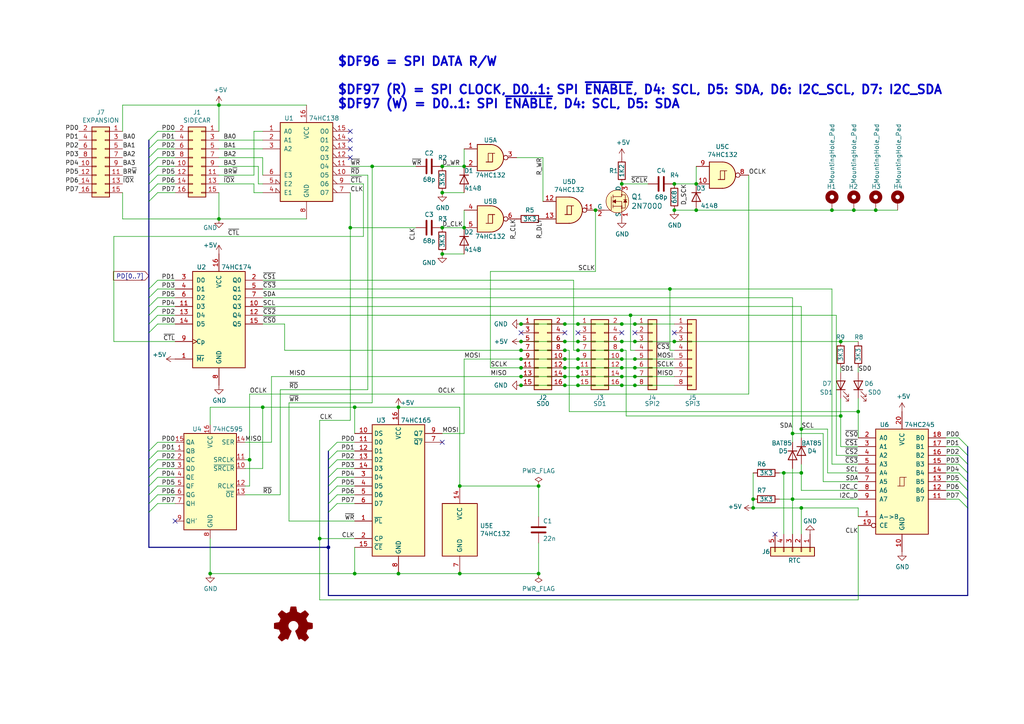
<source format=kicad_sch>
(kicad_sch (version 20231120) (generator "eeschema") (generator_version "8.0")
  (paper "A4")
  (title_block (title "Fast SPI + RTC sidecar") (date "2024-10-29") (rev "v1.0") (company "@zuiko21") (comment 1 "(c) 2023-2024 Carlos J. Santisteban"))
  (junction (at 151.13 99.06))
  (junction (at 232.41 147.32))
  (junction (at 163.83 101.6))
  (junction (at 134.62 66.04))
  (junction (at 163.83 99.06))
  (junction (at 92.71 156.21))
  (junction (at 167.64 106.68))
  (junction (at 133.35 140.97))
  (junction (at 201.93 53.34))
  (junction (at 180.34 109.22))
  (junction (at 151.13 93.98))
  (junction (at 243.84 99.06))
  (junction (at 184.15 99.06))
  (junction (at 243.84 120.65))
  (junction (at 184.15 109.22))
  (junction (at 184.15 104.14))
  (junction (at 232.41 124.46))
  (junction (at 180.34 101.6))
  (junction (at 151.13 109.22))
  (junction (at 195.58 60.96))
  (junction (at 218.44 144.78))
  (junction (at 218.44 147.32))
  (junction (at 172.72 60.96))
  (junction (at 248.92 119.38))
  (junction (at 163.83 93.98))
  (junction (at 229.87 144.78))
  (junction (at 241.3 60.96))
  (junction (at 254 60.96))
  (junction (at 102.87 118.11))
  (junction (at 195.58 53.34))
  (junction (at 167.64 99.06))
  (junction (at 227.33 137.16))
  (junction (at 115.57 166.37))
  (junction (at 115.57 118.11))
  (junction (at 128.27 55.88))
  (junction (at 107.95 48.26))
  (junction (at 247.65 60.96))
  (junction (at 229.87 125.73))
  (junction (at 184.15 93.98))
  (junction (at 163.83 106.68))
  (junction (at 167.64 93.98))
  (junction (at 194.31 83.82))
  (junction (at 63.5 63.5))
  (junction (at 102.87 166.37))
  (junction (at 167.64 101.6))
  (junction (at 156.21 140.97))
  (junction (at 151.13 111.76))
  (junction (at 151.13 104.14))
  (junction (at 151.13 106.68))
  (junction (at 184.15 111.76))
  (junction (at 167.64 104.14))
  (junction (at 180.34 106.68))
  (junction (at 151.13 101.6))
  (junction (at 167.64 111.76))
  (junction (at 128.27 66.04))
  (junction (at 163.83 109.22))
  (junction (at 63.5 30.48))
  (junction (at 163.83 111.76))
  (junction (at 195.58 99.06))
  (junction (at 133.35 166.37))
  (junction (at 128.27 48.26))
  (junction (at 180.34 99.06))
  (junction (at 76.2 118.11))
  (junction (at 180.34 104.14))
  (junction (at 180.34 53.34))
  (junction (at 163.83 104.14))
  (junction (at 182.88 91.44))
  (junction (at 232.41 137.16))
  (junction (at 180.34 111.76))
  (junction (at 101.6 66.04))
  (junction (at 184.15 106.68))
  (junction (at 156.21 166.37))
  (junction (at 95.25 158.75))
  (junction (at 60.96 166.37))
  (junction (at 72.39 133.35))
  (junction (at 134.62 48.26))
  (junction (at 128.27 73.66))
  (junction (at 167.64 109.22))
  (junction (at 180.34 93.98))
  (junction (at 201.93 60.96))
  (no_connect (at 180.34 96.52))
  (no_connect (at 163.83 96.52))
  (no_connect (at 128.27 128.27))
  (no_connect (at 167.64 96.52))
  (no_connect (at 184.15 96.52))
  (no_connect (at 151.13 96.52))
  (no_connect (at 195.58 96.52))
  (no_connect (at 101.6 40.64))
  (no_connect (at 224.79 154.94))
  (no_connect (at 101.6 45.72))
  (no_connect (at 101.6 38.1))
  (no_connect (at 101.6 43.18))
  (no_connect (at 50.8 151.13))
  (bus_entry (at 43.18 83.82) (size 2.54 -2.54))
  (bus_entry (at 278.13 144.78) (size 2.54 2.54))
  (bus_entry (at 43.18 86.36) (size 2.54 -2.54))
  (bus_entry (at 43.18 135.89) (size 2.54 -2.54))
  (bus_entry (at 43.18 50.8) (size 2.54 -2.54))
  (bus_entry (at 95.25 146.05) (size 2.54 -2.54))
  (bus_entry (at 278.13 142.24) (size 2.54 2.54))
  (bus_entry (at 43.18 43.18) (size 2.54 -2.54))
  (bus_entry (at 43.18 93.98) (size 2.54 -2.54))
  (bus_entry (at 95.25 143.51) (size 2.54 -2.54))
  (bus_entry (at 278.13 132.08) (size 2.54 2.54))
  (bus_entry (at 278.13 139.7) (size 2.54 2.54))
  (bus_entry (at 278.13 134.62) (size 2.54 2.54))
  (bus_entry (at 43.18 40.64) (size 2.54 -2.54))
  (bus_entry (at 43.18 55.88) (size 2.54 -2.54))
  (bus_entry (at 43.18 138.43) (size 2.54 -2.54))
  (bus_entry (at 43.18 91.44) (size 2.54 -2.54))
  (bus_entry (at 43.18 96.52) (size 2.54 -2.54))
  (bus_entry (at 278.13 127) (size 2.54 2.54))
  (bus_entry (at 43.18 130.81) (size 2.54 -2.54))
  (bus_entry (at 43.18 133.35) (size 2.54 -2.54))
  (bus_entry (at 95.25 140.97) (size 2.54 -2.54))
  (bus_entry (at 278.13 129.54) (size 2.54 2.54))
  (bus_entry (at 43.18 88.9) (size 2.54 -2.54))
  (bus_entry (at 43.18 53.34) (size 2.54 -2.54))
  (bus_entry (at 43.18 45.72) (size 2.54 -2.54))
  (bus_entry (at 43.18 140.97) (size 2.54 -2.54))
  (bus_entry (at 43.18 148.59) (size 2.54 -2.54))
  (bus_entry (at 43.18 58.42) (size 2.54 -2.54))
  (bus_entry (at 43.18 143.51) (size 2.54 -2.54))
  (bus_entry (at 95.25 133.35) (size 2.54 -2.54))
  (bus_entry (at 43.18 48.26) (size 2.54 -2.54))
  (bus_entry (at 43.18 146.05) (size 2.54 -2.54))
  (bus_entry (at 95.25 148.59) (size 2.54 -2.54))
  (bus_entry (at 278.13 137.16) (size 2.54 2.54))
  (bus_entry (at 95.25 135.89) (size 2.54 -2.54))
  (bus_entry (at 95.25 130.81) (size 2.54 -2.54))
  (bus_entry (at 95.25 138.43) (size 2.54 -2.54))
  (wire (pts (xy 72.39 133.35) (xy 71.12 133.35)))
  (wire (pts (xy 45.72 55.88) (xy 50.8 55.88)))
  (wire (pts (xy 194.31 83.82) (xy 194.31 101.6)))
  (wire (pts (xy 45.72 83.82) (xy 50.8 83.82)))
  (wire (pts (xy 72.39 140.97) (xy 72.39 133.35)))
  (bus (pts (xy 43.18 133.35) (xy 43.18 135.89)))
  (wire (pts (xy 97.79 138.43) (xy 102.87 138.43)))
  (bus (pts (xy 280.67 144.78) (xy 280.67 147.32)))
  (wire (pts (xy 238.76 139.7) (xy 248.92 139.7)))
  (wire (pts (xy 229.87 144.78) (xy 229.87 154.94)))
  (wire (pts (xy 73.66 55.88) (xy 76.2 55.88)))
  (wire (pts (xy 133.35 118.11) (xy 133.35 140.97)))
  (wire (pts (xy 97.79 140.97) (xy 102.87 140.97)))
  (wire (pts (xy 165.1 119.38) (xy 248.92 119.38)))
  (wire (pts (xy 45.72 135.89) (xy 50.8 135.89)))
  (bus (pts (xy 43.18 88.9) (xy 43.18 91.44)))
  (wire (pts (xy 167.64 109.22) (xy 180.34 109.22)))
  (wire (pts (xy 229.87 125.73) (xy 238.76 125.73)))
  (wire (pts (xy 63.5 38.1) (xy 63.5 30.48)))
  (bus (pts (xy 95.25 130.81) (xy 95.25 133.35)))
  (wire (pts (xy 218.44 144.78) (xy 218.44 147.32)))
  (wire (pts (xy 33.02 99.06) (xy 50.8 99.06)))
  (bus (pts (xy 43.18 91.44) (xy 43.18 93.98)))
  (wire (pts (xy 184.15 99.06) (xy 195.58 99.06)))
  (wire (pts (xy 71.12 135.89) (xy 76.2 135.89)))
  (bus (pts (xy 43.18 55.88) (xy 43.18 58.42)))
  (wire (pts (xy 63.5 63.5) (xy 88.9 63.5)))
  (wire (pts (xy 72.39 133.35) (xy 72.39 114.3)))
  (wire (pts (xy 201.93 60.96) (xy 241.3 60.96)))
  (wire (pts (xy 76.2 118.11) (xy 60.96 118.11)))
  (wire (pts (xy 60.96 166.37) (xy 60.96 156.21)))
  (wire (pts (xy 35.56 55.88) (xy 35.56 63.5)))
  (wire (pts (xy 76.2 81.28) (xy 166.37 81.28)))
  (wire (pts (xy 151.13 109.22) (xy 163.83 109.22)))
  (wire (pts (xy 180.34 111.76) (xy 184.15 111.76)))
  (wire (pts (xy 128.27 55.88) (xy 134.62 55.88)))
  (wire (pts (xy 128.27 73.66) (xy 134.62 73.66)))
  (bus (pts (xy 95.25 135.89) (xy 95.25 138.43)))
  (wire (pts (xy 102.87 118.11) (xy 102.87 125.73)))
  (wire (pts (xy 76.2 83.82) (xy 194.31 83.82)))
  (wire (pts (xy 50.8 81.28) (xy 45.72 81.28)))
  (wire (pts (xy 45.72 146.05) (xy 50.8 146.05)))
  (wire (pts (xy 241.3 83.82) (xy 241.3 134.62)))
  (wire (pts (xy 101.6 121.92) (xy 92.71 121.92)))
  (wire (pts (xy 180.34 104.14) (xy 184.15 104.14)))
  (wire (pts (xy 92.71 156.21) (xy 92.71 173.99)))
  (bus (pts (xy 43.18 146.05) (xy 43.18 148.59)))
  (bus (pts (xy 43.18 43.18) (xy 43.18 45.72)))
  (wire (pts (xy 163.83 106.68) (xy 167.64 106.68)))
  (wire (pts (xy 45.72 93.98) (xy 50.8 93.98)))
  (wire (pts (xy 229.87 125.73) (xy 229.87 86.36)))
  (wire (pts (xy 184.15 93.98) (xy 195.58 93.98)))
  (wire (pts (xy 101.6 66.04) (xy 101.6 121.92)))
  (wire (pts (xy 180.34 101.6) (xy 181.61 101.6)))
  (wire (pts (xy 142.24 78.74) (xy 142.24 106.68)))
  (wire (pts (xy 157.48 45.72) (xy 157.48 58.42)))
  (wire (pts (xy 106.68 50.8) (xy 101.6 50.8)))
  (wire (pts (xy 180.34 106.68) (xy 184.15 106.68)))
  (wire (pts (xy 63.5 40.64) (xy 76.2 40.64)))
  (wire (pts (xy 45.72 86.36) (xy 50.8 86.36)))
  (wire (pts (xy 142.24 78.74) (xy 172.72 78.74)))
  (wire (pts (xy 115.57 166.37) (xy 133.35 166.37)))
  (bus (pts (xy 280.67 142.24) (xy 280.67 144.78)))
  (wire (pts (xy 50.8 38.1) (xy 45.72 38.1)))
  (wire (pts (xy 226.06 144.78) (xy 229.87 144.78)))
  (wire (pts (xy 50.8 128.27) (xy 45.72 128.27)))
  (wire (pts (xy 278.13 139.7) (xy 274.32 139.7)))
  (wire (pts (xy 71.12 128.27) (xy 78.74 128.27)))
  (wire (pts (xy 242.57 91.44) (xy 242.57 132.08)))
  (wire (pts (xy 63.5 30.48) (xy 35.56 30.48)))
  (wire (pts (xy 241.3 134.62) (xy 248.92 134.62)))
  (wire (pts (xy 45.72 138.43) (xy 50.8 138.43)))
  (wire (pts (xy 106.68 113.03) (xy 106.68 50.8)))
  (wire (pts (xy 33.02 68.58) (xy 33.02 99.06)))
  (wire (pts (xy 115.57 118.11) (xy 133.35 118.11)))
  (wire (pts (xy 76.2 45.72) (xy 76.2 50.8)))
  (wire (pts (xy 180.34 109.22) (xy 184.15 109.22)))
  (wire (pts (xy 184.15 104.14) (xy 195.58 104.14)))
  (wire (pts (xy 163.83 109.22) (xy 167.64 109.22)))
  (bus (pts (xy 43.18 83.82) (xy 43.18 86.36)))
  (wire (pts (xy 232.41 147.32) (xy 248.92 147.32)))
  (wire (pts (xy 92.71 156.21) (xy 102.87 156.21)))
  (wire (pts (xy 76.2 88.9) (xy 232.41 88.9)))
  (wire (pts (xy 97.79 133.35) (xy 102.87 133.35)))
  (wire (pts (xy 167.64 93.98) (xy 180.34 93.98)))
  (wire (pts (xy 105.41 53.34) (xy 105.41 68.58)))
  (bus (pts (xy 95.25 138.43) (xy 95.25 140.97)))
  (wire (pts (xy 165.1 101.6) (xy 165.1 119.38)))
  (wire (pts (xy 76.2 118.11) (xy 102.87 118.11)))
  (wire (pts (xy 63.5 45.72) (xy 76.2 45.72)))
  (bus (pts (xy 95.25 140.97) (xy 95.25 143.51)))
  (wire (pts (xy 63.5 55.88) (xy 63.5 63.5)))
  (wire (pts (xy 232.41 142.24) (xy 232.41 137.16)))
  (wire (pts (xy 45.72 91.44) (xy 50.8 91.44)))
  (wire (pts (xy 163.83 93.98) (xy 167.64 93.98)))
  (wire (pts (xy 45.72 45.72) (xy 50.8 45.72)))
  (wire (pts (xy 101.6 48.26) (xy 107.95 48.26)))
  (wire (pts (xy 97.79 143.51) (xy 102.87 143.51)))
  (wire (pts (xy 167.64 106.68) (xy 180.34 106.68)))
  (wire (pts (xy 35.56 63.5) (xy 63.5 63.5)))
  (wire (pts (xy 278.13 144.78) (xy 274.32 144.78)))
  (wire (pts (xy 194.31 83.82) (xy 241.3 83.82)))
  (wire (pts (xy 187.96 53.34) (xy 180.34 53.34)))
  (wire (pts (xy 163.83 101.6) (xy 165.1 101.6)))
  (wire (pts (xy 226.06 137.16) (xy 227.33 137.16)))
  (wire (pts (xy 63.5 48.26) (xy 74.93 48.26)))
  (wire (pts (xy 278.13 142.24) (xy 274.32 142.24)))
  (wire (pts (xy 101.6 66.04) (xy 120.65 66.04)))
  (bus (pts (xy 280.67 132.08) (xy 280.67 134.62)))
  (wire (pts (xy 248.92 147.32) (xy 248.92 149.86)))
  (wire (pts (xy 182.88 91.44) (xy 242.57 91.44)))
  (wire (pts (xy 78.74 128.27) (xy 78.74 109.22)))
  (bus (pts (xy 280.67 137.16) (xy 280.67 139.7)))
  (wire (pts (xy 101.6 55.88) (xy 101.6 66.04)))
  (wire (pts (xy 45.72 133.35) (xy 50.8 133.35)))
  (wire (pts (xy 76.2 91.44) (xy 182.88 91.44)))
  (wire (pts (xy 76.2 135.89) (xy 76.2 118.11)))
  (wire (pts (xy 102.87 118.11) (xy 115.57 118.11)))
  (wire (pts (xy 92.71 121.92) (xy 92.71 156.21)))
  (bus (pts (xy 43.18 135.89) (xy 43.18 138.43)))
  (wire (pts (xy 128.27 66.04) (xy 134.62 66.04)))
  (wire (pts (xy 184.15 111.76) (xy 195.58 111.76)))
  (wire (pts (xy 241.3 60.96) (xy 247.65 60.96)))
  (wire (pts (xy 194.31 101.6) (xy 195.58 101.6)))
  (wire (pts (xy 156.21 149.86) (xy 156.21 140.97)))
  (wire (pts (xy 184.15 109.22) (xy 195.58 109.22)))
  (bus (pts (xy 95.25 172.72) (xy 280.67 172.72)))
  (wire (pts (xy 45.72 53.34) (xy 50.8 53.34)))
  (wire (pts (xy 73.66 53.34) (xy 73.66 55.88)))
  (bus (pts (xy 43.18 86.36) (xy 43.18 88.9)))
  (wire (pts (xy 71.12 140.97) (xy 72.39 140.97)))
  (wire (pts (xy 201.93 48.26) (xy 201.93 53.34)))
  (wire (pts (xy 167.64 101.6) (xy 180.34 101.6)))
  (wire (pts (xy 232.41 147.32) (xy 232.41 154.94)))
  (wire (pts (xy 180.34 99.06) (xy 184.15 99.06)))
  (wire (pts (xy 151.13 106.68) (xy 163.83 106.68)))
  (wire (pts (xy 182.88 101.6) (xy 184.15 101.6)))
  (wire (pts (xy 195.58 99.06) (xy 243.84 99.06)))
  (wire (pts (xy 63.5 50.8) (xy 73.66 50.8)))
  (wire (pts (xy 102.87 166.37) (xy 60.96 166.37)))
  (wire (pts (xy 195.58 60.96) (xy 201.93 60.96)))
  (bus (pts (xy 280.67 139.7) (xy 280.67 142.24)))
  (bus (pts (xy 95.25 158.75) (xy 95.25 172.72)))
  (wire (pts (xy 128.27 48.26) (xy 134.62 48.26)))
  (wire (pts (xy 180.34 93.98) (xy 184.15 93.98)))
  (wire (pts (xy 63.5 43.18) (xy 76.2 43.18)))
  (wire (pts (xy 60.96 118.11) (xy 60.96 123.19)))
  (wire (pts (xy 248.92 106.68) (xy 248.92 107.95)))
  (wire (pts (xy 107.95 48.26) (xy 120.65 48.26)))
  (wire (pts (xy 156.21 157.48) (xy 156.21 166.37)))
  (bus (pts (xy 43.18 48.26) (xy 43.18 50.8)))
  (wire (pts (xy 45.72 130.81) (xy 50.8 130.81)))
  (wire (pts (xy 151.13 101.6) (xy 163.83 101.6)))
  (wire (pts (xy 142.24 106.68) (xy 151.13 106.68)))
  (wire (pts (xy 81.28 113.03) (xy 106.68 113.03)))
  (wire (pts (xy 102.87 158.75) (xy 102.87 166.37)))
  (bus (pts (xy 280.67 147.32) (xy 280.67 172.72)))
  (wire (pts (xy 227.33 137.16) (xy 227.33 154.94)))
  (wire (pts (xy 156.21 140.97) (xy 133.35 140.97)))
  (wire (pts (xy 35.56 30.48) (xy 35.56 38.1)))
  (wire (pts (xy 45.72 50.8) (xy 50.8 50.8)))
  (wire (pts (xy 227.33 137.16) (xy 232.41 137.16)))
  (wire (pts (xy 71.12 143.51) (xy 81.28 143.51)))
  (wire (pts (xy 167.64 104.14) (xy 180.34 104.14)))
  (wire (pts (xy 278.13 129.54) (xy 274.32 129.54)))
  (wire (pts (xy 63.5 30.48) (xy 88.9 30.48)))
  (wire (pts (xy 248.92 115.57) (xy 248.92 119.38)))
  (wire (pts (xy 243.84 99.06) (xy 248.92 99.06)))
  (wire (pts (xy 195.58 53.34) (xy 201.93 53.34)))
  (wire (pts (xy 102.87 128.27) (xy 97.79 128.27)))
  (wire (pts (xy 72.39 114.3) (xy 217.17 114.3)))
  (wire (pts (xy 243.84 120.65) (xy 243.84 129.54)))
  (wire (pts (xy 45.72 48.26) (xy 50.8 48.26)))
  (wire (pts (xy 163.83 104.14) (xy 167.64 104.14)))
  (bus (pts (xy 43.18 93.98) (xy 43.18 96.52)))
  (wire (pts (xy 184.15 106.68) (xy 195.58 106.68)))
  (wire (pts (xy 240.03 124.46) (xy 232.41 124.46)))
  (wire (pts (xy 97.79 130.81) (xy 102.87 130.81)))
  (wire (pts (xy 73.66 38.1) (xy 76.2 38.1)))
  (wire (pts (xy 167.64 111.76) (xy 180.34 111.76)))
  (wire (pts (xy 229.87 135.89) (xy 229.87 144.78)))
  (wire (pts (xy 242.57 132.08) (xy 248.92 132.08)))
  (wire (pts (xy 107.95 116.84) (xy 83.82 116.84)))
  (bus (pts (xy 43.18 138.43) (xy 43.18 140.97)))
  (wire (pts (xy 92.71 173.99) (xy 248.92 173.99)))
  (wire (pts (xy 232.41 88.9) (xy 232.41 124.46)))
  (wire (pts (xy 243.84 106.68) (xy 243.84 107.95)))
  (wire (pts (xy 134.62 43.18) (xy 134.62 48.26)))
  (wire (pts (xy 248.92 142.24) (xy 232.41 142.24)))
  (wire (pts (xy 82.55 101.6) (xy 82.55 93.98)))
  (bus (pts (xy 280.67 134.62) (xy 280.67 137.16)))
  (bus (pts (xy 280.67 129.54) (xy 280.67 132.08)))
  (bus (pts (xy 95.25 143.51) (xy 95.25 146.05)))
  (bus (pts (xy 43.18 158.75) (xy 95.25 158.75)))
  (wire (pts (xy 134.62 104.14) (xy 151.13 104.14)))
  (wire (pts (xy 247.65 60.96) (xy 254 60.96)))
  (wire (pts (xy 217.17 114.3) (xy 217.17 50.8)))
  (wire (pts (xy 248.92 152.4) (xy 248.92 173.99)))
  (wire (pts (xy 45.72 88.9) (xy 50.8 88.9)))
  (wire (pts (xy 45.72 40.64) (xy 50.8 40.64)))
  (wire (pts (xy 74.93 53.34) (xy 76.2 53.34)))
  (bus (pts (xy 43.18 40.64) (xy 43.18 43.18)))
  (wire (pts (xy 240.03 137.16) (xy 240.03 124.46)))
  (wire (pts (xy 128.27 125.73) (xy 134.62 125.73)))
  (wire (pts (xy 274.32 127) (xy 278.13 127)))
  (wire (pts (xy 243.84 129.54) (xy 248.92 129.54)))
  (bus (pts (xy 43.18 50.8) (xy 43.18 53.34)))
  (wire (pts (xy 149.86 45.72) (xy 157.48 45.72)))
  (wire (pts (xy 78.74 109.22) (xy 151.13 109.22)))
  (wire (pts (xy 73.66 50.8) (xy 73.66 38.1)))
  (wire (pts (xy 151.13 99.06) (xy 163.83 99.06)))
  (wire (pts (xy 243.84 115.57) (xy 243.84 120.65)))
  (wire (pts (xy 278.13 134.62) (xy 274.32 134.62)))
  (bus (pts (xy 95.25 133.35) (xy 95.25 135.89)))
  (wire (pts (xy 166.37 101.6) (xy 167.64 101.6)))
  (bus (pts (xy 95.25 146.05) (xy 95.25 148.59)))
  (bus (pts (xy 43.18 148.59) (xy 43.18 158.75)))
  (wire (pts (xy 151.13 93.98) (xy 163.83 93.98)))
  (wire (pts (xy 76.2 93.98) (xy 82.55 93.98)))
  (wire (pts (xy 278.13 132.08) (xy 274.32 132.08)))
  (bus (pts (xy 43.18 143.51) (xy 43.18 146.05)))
  (wire (pts (xy 172.72 60.96) (xy 172.72 78.74)))
  (bus (pts (xy 95.25 148.59) (xy 95.25 158.75)))
  (wire (pts (xy 248.92 119.38) (xy 248.92 127)))
  (wire (pts (xy 232.41 124.46) (xy 232.41 127)))
  (wire (pts (xy 101.6 53.34) (xy 105.41 53.34)))
  (wire (pts (xy 107.95 116.84) (xy 107.95 48.26)))
  (wire (pts (xy 134.62 125.73) (xy 134.62 104.14)))
  (wire (pts (xy 97.79 135.89) (xy 102.87 135.89)))
  (wire (pts (xy 151.13 111.76) (xy 163.83 111.76)))
  (wire (pts (xy 74.93 48.26) (xy 74.93 53.34)))
  (wire (pts (xy 45.72 140.97) (xy 50.8 140.97)))
  (wire (pts (xy 166.37 81.28) (xy 166.37 101.6)))
  (wire (pts (xy 229.87 144.78) (xy 248.92 144.78)))
  (wire (pts (xy 182.88 91.44) (xy 182.88 101.6)))
  (wire (pts (xy 134.62 60.96) (xy 134.62 66.04)))
  (wire (pts (xy 83.82 116.84) (xy 83.82 151.13)))
  (wire (pts (xy 238.76 125.73) (xy 238.76 139.7)))
  (wire (pts (xy 83.82 151.13) (xy 102.87 151.13)))
  (wire (pts (xy 82.55 101.6) (xy 151.13 101.6)))
  (wire (pts (xy 248.92 137.16) (xy 240.03 137.16)))
  (wire (pts (xy 218.44 147.32) (xy 232.41 147.32)))
  (wire (pts (xy 229.87 128.27) (xy 229.87 125.73)))
  (wire (pts (xy 232.41 137.16) (xy 232.41 134.62)))
  (wire (pts (xy 102.87 166.37) (xy 115.57 166.37)))
  (wire (pts (xy 254 60.96) (xy 260.35 60.96)))
  (wire (pts (xy 97.79 146.05) (xy 102.87 146.05)))
  (wire (pts (xy 167.64 99.06) (xy 180.34 99.06)))
  (wire (pts (xy 218.44 137.16) (xy 218.44 144.78)))
  (bus (pts (xy 43.18 96.52) (xy 43.18 130.81)))
  (bus (pts (xy 43.18 58.42) (xy 43.18 83.82)))
  (bus (pts (xy 43.18 45.72) (xy 43.18 48.26)))
  (wire (pts (xy 133.35 166.37) (xy 156.21 166.37)))
  (wire (pts (xy 81.28 143.51) (xy 81.28 113.03)))
  (wire (pts (xy 181.61 120.65) (xy 243.84 120.65)))
  (bus (pts (xy 43.18 53.34) (xy 43.18 55.88)))
  (wire (pts (xy 151.13 104.14) (xy 163.83 104.14)))
  (wire (pts (xy 105.41 68.58) (xy 33.02 68.58)))
  (wire (pts (xy 163.83 99.06) (xy 167.64 99.06)))
  (wire (pts (xy 45.72 143.51) (xy 50.8 143.51)))
  (wire (pts (xy 76.2 86.36) (xy 229.87 86.36)))
  (wire (pts (xy 181.61 101.6) (xy 181.61 120.65)))
  (bus (pts (xy 43.18 140.97) (xy 43.18 143.51)))
  (wire (pts (xy 278.13 137.16) (xy 274.32 137.16)))
  (wire (pts (xy 163.83 111.76) (xy 167.64 111.76)))
  (wire (pts (xy 63.5 53.34) (xy 73.66 53.34)))
  (wire (pts (xy 45.72 43.18) (xy 50.8 43.18)))
  (bus (pts (xy 43.18 130.81) (xy 43.18 133.35)))
  (text "$DF96 = SPI DATA R/W\n\n$DF97 (R) = SPI CLOCK, D0..1: SPI ~{ENABLE}, D4: SCL, D5: SDA, D6: I2C_SCL, D7: I2C_SDA\n$DF97 (W) = D0..1: SPI ~{ENABLE}, D4: SCL, D5: SDA" (at 97.79 31.75 0) (effects (font (size 2.54 2.54) (thickness 0.508) (bold yes)) (justify left bottom)))
  (label "SCLK" (at 190.5 106.68 0))
  (label "PD4" (at 50.8 88.9 180))
  (label "MISO" (at 190.5 109.22 0))
  (label "PD3" (at 22.86 45.72 180))
  (label "~{CS3}" (at 248.92 134.62 180))
  (label "~{WR}" (at 83.82 116.84 0))
  (label "CLK" (at 92.71 121.92 0))
  (label "~{IOX}" (at 35.56 53.34 0))
  (label "PD1" (at 274.32 129.54 0))
  (label "PD3" (at 50.8 83.82 180))
  (label "PD4" (at 50.8 138.43 180))
  (label "CLK" (at 101.6 55.88 0))
  (label "BR~{W}" (at 35.56 50.8 0))
  (label "D_SCK" (at 199.39 53.34 270))
  (label "PD5" (at 50.8 140.97 180))
  (label "PD4" (at 50.8 48.26 180))
  (label "PD3" (at 50.8 135.89 180))
  (label "BA1" (at 35.56 43.18 0))
  (label "~{WR}" (at 102.87 151.13 180))
  (label "BA2" (at 64.77 45.72 0))
  (label "CLK" (at 120.65 66.04 270))
  (label "~{CS1}" (at 248.92 129.54 180))
  (label "PD4" (at 102.87 138.43 180))
  (label "SCL" (at 232.41 124.46 0))
  (label "MOSI" (at 128.27 125.73 0))
  (label "I2C_D" (at 248.92 144.78 180))
  (label "SD1" (at 243.84 107.95 0))
  (label "PD6" (at 50.8 53.34 180))
  (label "PD7" (at 50.8 146.05 180))
  (label "MISO" (at 83.82 109.22 0))
  (label "~{SCLK}" (at 187.96 53.34 180))
  (label "BA1" (at 64.77 43.18 0))
  (label "BA2" (at 35.56 45.72 0))
  (label "BA0" (at 64.77 40.64 0))
  (label "PD3" (at 50.8 45.72 180))
  (label "~{CTL}" (at 101.6 53.34 0))
  (label "BA0" (at 35.56 40.64 0))
  (label "PD1" (at 102.87 130.81 180))
  (label "PD1" (at 22.86 40.64 180))
  (label "PD0" (at 50.8 93.98 180))
  (label "MISO" (at 142.24 109.22 0))
  (label "~{CS2}" (at 76.2 91.44 0))
  (label "~{CS3}" (at 194.31 101.6 180))
  (label "PD0" (at 102.87 128.27 180))
  (label "BA3" (at 35.56 48.26 0))
  (label "~{CS1}" (at 76.2 81.28 0))
  (label "PD7" (at 50.8 55.88 180))
  (label "SCLK" (at 142.24 106.68 0))
  (label "PD0" (at 50.8 128.27 180))
  (label "PD7" (at 22.86 55.88 180))
  (label "~{RD}" (at 101.6 50.8 0))
  (label "PD5" (at 22.86 50.8 180))
  (label "PD7" (at 274.32 144.78 0))
  (label "PD4" (at 22.86 48.26 180))
  (label "~{CS0}" (at 76.2 93.98 0))
  (label "PD3" (at 274.32 134.62 0))
  (label "~{CS2}" (at 248.92 132.08 180))
  (label "PD6" (at 22.86 53.34 180))
  (label "PD0" (at 22.86 38.1 180))
  (label "OCLK" (at 132.08 114.3 180))
  (label "PD6" (at 50.8 143.51 180))
  (label "~{CS0}" (at 248.92 127 180))
  (label "~{CTL}" (at 66.04 68.58 0))
  (label "~{IOX}" (at 64.77 53.34 0))
  (label "~{RD}" (at 83.82 113.03 0))
  (label "BA3" (at 64.77 48.26 0))
  (label "CLK" (at 102.87 156.21 180))
  (label "SCL" (at 76.2 88.9 0))
  (label "PD3" (at 102.87 135.89 180))
  (label "~{WR}" (at 101.6 48.26 0))
  (label "PD2" (at 22.86 43.18 180))
  (label "SDA" (at 76.2 86.36 0))
  (label "BR~{W}" (at 64.77 50.8 0))
  (label "PD5" (at 50.8 86.36 180))
  (label "CLK" (at 248.92 154.94 180))
  (label "PD7" (at 102.87 146.05 180))
  (label "PD1" (at 50.8 130.81 180))
  (label "MISO" (at 71.12 128.27 0))
  (label "SDA" (at 229.87 124.46 180))
  (label "PD2" (at 50.8 133.35 180))
  (label "PD0" (at 274.32 127 0))
  (label "PD1" (at 50.8 40.64 180))
  (label "PD6" (at 102.87 143.51 180))
  (label "~{RD}" (at 76.2 143.51 0))
  (label "PD6" (at 274.32 142.24 0))
  (label "PD5" (at 50.8 50.8 180))
  (label "OCLK" (at 217.17 50.8 0))
  (label "PD0" (at 50.8 38.1 180))
  (label "MOSI" (at 134.62 104.14 0))
  (label "~{CS3}" (at 76.2 83.82 0))
  (label "I2C_C" (at 248.92 142.24 180))
  (label "~{WR}" (at 119.38 48.26 0))
  (label "PD2" (at 274.32 132.08 0))
  (label "PD5" (at 274.32 139.7 0))
  (label "PD2" (at 50.8 91.44 180))
  (label "PD2" (at 102.87 133.35 180))
  (label "PD2" (at 50.8 43.18 180))
  (label "R_CLK" (at 149.86 63.5 270))
  (label "SCL" (at 248.92 137.16 180) (effects (font (italic yes))))
  (label "D_CLK" (at 128.27 66.04 0))
  (label "PD5" (at 102.87 140.97 180))
  (label "R_DLY" (at 157.48 63.5 270))
  (label "SDA" (at 248.92 139.7 180) (effects (font (italic yes))))
  (label "MOSI" (at 190.5 104.14 0))
  (label "R_WR" (at 157.48 45.72 270))
  (label "PD1" (at 50.8 81.28 180))
  (label "~{CTL}" (at 50.8 99.06 180))
  (label "PD4" (at 274.32 137.16 0))
  (label "D_WR" (at 128.27 48.26 0))
  (label "OCLK" (at 72.39 114.3 0))
  (label "SCLK" (at 167.64 78.74 0))
  (label "SD0" (at 248.92 107.95 0))
  (global_label "PD[0..7]" (shape input) (at 43.18 80.01 180) (property "Intersheetrefs" "${INTERSHEET_REFS}" (effects (hide yes))))
  (symbol (lib_id "Connector_Generic:Conn_02x08_Odd_Even") (at 58.42 45.72 0) (mirror y) (unit 1)
    (property "Reference" "J1" (at 57.15 32.5882 0))
    (property "Value" "SIDECAR" (at 57.15 34.8996 0))
    (property "Footprint" "Connector_PinHeader_2.54mm:PinHeader_2x08_P2.54mm_Horizontal" (effects (hide yes)))
  )
  (symbol (lib_id "74xx:74LS138") (at 88.9 45.72 0) (unit 1)
    (property "Reference" "U1" (at 83.82 34.29 0))
    (property "Value" "74HC138" (at 93.98 34.29 0))
    (property "Footprint" "Package_DIP:DIP-16_W7.62mm_Socket" (effects (hide yes)))
    (property "Datasheet" "http://www.ti.com/lit/gpn/sn74LS138" (effects (hide yes)))
  )
  (symbol (lib_id "74xx:74LS165") (at 115.57 140.97 0) (unit 1)
    (property "Reference" "U3" (at 110.49 121.92 0))
    (property "Value" "74HC165" (at 120.65 121.92 0))
    (property "Footprint" "Package_DIP:DIP-16_W7.62mm_Socket" (effects (hide yes)))
    (property "Datasheet" "http://www.ti.com/lit/gpn/sn74LS165" (effects (hide yes)))
  )
  (symbol (lib_id "74xx:74HC595") (at 60.96 138.43 0) (mirror y) (unit 1)
    (property "Reference" "U4" (at 57.15 124.46 0))
    (property "Value" "74HC595" (at 66.04 124.46 0))
    (property "Footprint" "Package_DIP:DIP-16_W7.62mm_Socket" (effects (hide yes)))
    (property "Datasheet" "http://www.ti.com/lit/ds/symlink/sn74hc595.pdf" (effects (hide yes)))
  )
  (symbol (lib_id "74xx:74LS174") (at 63.5 91.44 0) (unit 1)
    (property "Reference" "U2" (at 58.42 77.47 0))
    (property "Value" "74HC174" (at 68.58 77.47 0))
    (property "Footprint" "Package_DIP:DIP-16_W7.62mm_Socket" (effects (hide yes)))
    (property "Datasheet" "http://www.ti.com/lit/gpn/sn74LS174" (effects (hide yes)))
  )
  (symbol (lib_id "rtc-sd-rescue:+5V-power") (at 63.5 30.48 0) (unit 1)
    (property "Reference" "#PWR0101" (effects (hide yes)))
    (property "Value" "+5V" (at 63.881 26.0858 0))
  )
  (symbol (lib_id "rtc-sd-rescue:GND-power") (at 63.5 63.5 0) (unit 1)
    (property "Reference" "#PWR0102" (effects (hide yes)))
    (property "Value" "GND" (at 60.96 66.04 0))
  )
  (symbol (lib_id "Device:R") (at 128.27 52.07 0) (unit 1)
    (property "Reference" "R2" (at 127 45.72 0) (effects (justify left)))
    (property "Value" "3K3" (at 128.27 52.07 90))
    (property "Footprint" "Resistor_THT:R_Axial_DIN0207_L6.3mm_D2.5mm_P2.54mm_Vertical" (effects (hide yes)))
  )
  (symbol (lib_id "Device:R") (at 128.27 69.85 0) (unit 1)
    (property "Reference" "R3" (at 127 63.5 0) (effects (justify left)))
    (property "Value" "3K3" (at 128.27 69.85 90))
    (property "Footprint" "Resistor_THT:R_Axial_DIN0207_L6.3mm_D2.5mm_P2.54mm_Vertical" (effects (hide yes)))
  )
  (symbol (lib_id "Device:R") (at 153.67 63.5 270) (unit 1)
    (property "Reference" "R5" (at 153.67 60.96 90))
    (property "Value" "3K3" (at 153.67 63.5 90))
    (property "Footprint" "Resistor_THT:R_Axial_DIN0207_L6.3mm_D2.5mm_P2.54mm_Vertical" (effects (hide yes)))
  )
  (symbol (lib_id "Device:C") (at 124.46 48.26 270) (unit 1)
    (property "Reference" "C2" (at 124.46 44.45 90))
    (property "Value" "68p" (at 124.46 52.07 90))
    (property "Footprint" "Capacitor_THT:C_Disc_D3.8mm_W2.6mm_P2.50mm" (effects (hide yes)))
  )
  (symbol (lib_id "Device:C") (at 124.46 66.04 270) (unit 1)
    (property "Reference" "C3" (at 124.46 62.23 90))
    (property "Value" "68p" (at 124.46 69.85 90))
    (property "Footprint" "Capacitor_THT:C_Disc_D3.8mm_W2.6mm_P2.50mm" (effects (hide yes)))
  )
  (symbol (lib_id "Device:C") (at 191.77 53.34 270) (unit 1)
    (property "Reference" "C4" (at 191.77 49.53 90))
    (property "Value" "68p" (at 191.77 57.15 90))
    (property "Footprint" "Capacitor_THT:C_Disc_D3.8mm_W2.6mm_P2.50mm" (effects (hide yes)))
  )
  (symbol (lib_id "Device:D") (at 134.62 52.07 270) (unit 1)
    (property "Reference" "D1" (at 134.62 49.53 90) (effects (justify left)))
    (property "Value" "4148" (at 134.62 54.61 90) (effects (justify left)))
    (property "Footprint" "Diode_THT:D_DO-35_SOD27_P2.54mm_Vertical_AnodeUp" (effects (hide yes)))
  )
  (symbol (lib_id "Device:D") (at 134.62 69.85 270) (unit 1)
    (property "Reference" "D2" (at 134.62 67.31 90) (effects (justify left)))
    (property "Value" "4148" (at 134.62 72.39 90) (effects (justify left)))
    (property "Footprint" "Diode_THT:D_DO-35_SOD27_P2.54mm_Vertical_AnodeUp" (effects (hide yes)))
  )
  (symbol (lib_id "Device:R") (at 195.58 57.15 0) (unit 1)
    (property "Reference" "R4" (at 194.31 50.8 0) (effects (justify left)))
    (property "Value" "6K8" (at 195.58 57.15 90))
    (property "Footprint" "Resistor_THT:R_Axial_DIN0207_L6.3mm_D2.5mm_P2.54mm_Vertical" (effects (hide yes)))
  )
  (symbol (lib_id "Device:D") (at 201.93 57.15 270) (unit 1)
    (property "Reference" "D3" (at 201.93 54.61 90) (effects (justify left)))
    (property "Value" "4148" (at 205.74 59.69 90))
    (property "Footprint" "Diode_THT:D_DO-35_SOD27_P2.54mm_Vertical_AnodeUp" (effects (hide yes)))
  )
  (symbol (lib_id "rtc-sd-rescue:GND-power") (at 128.27 55.88 0) (unit 1)
    (property "Reference" "#PWR0114" (effects (hide yes)))
    (property "Value" "GND" (at 128.397 60.2742 0))
  )
  (symbol (lib_id "rtc-sd-rescue:GND-power") (at 128.27 73.66 0) (unit 1)
    (property "Reference" "#PWR0115" (effects (hide yes)))
    (property "Value" "GND" (at 124.46 76.2 0))
  )
  (symbol (lib_id "rtc-sd-rescue:GND-power") (at 195.58 60.96 0) (unit 1)
    (property "Reference" "#PWR0116" (effects (hide yes)))
    (property "Value" "GND" (at 195.707 65.3542 0))
  )
  (symbol (lib_id "Device:C") (at 156.21 153.67 0) (unit 1)
    (property "Reference" "C1" (at 157.48 151.13 0) (effects (justify left)))
    (property "Value" "22n" (at 157.48 156.21 0) (effects (justify left)))
    (property "Footprint" "Capacitor_THT:C_Disc_D5.0mm_W2.5mm_P5.00mm" (effects (hide yes)))
  )
  (symbol (lib_id "74xx:74LS132") (at 142.24 45.72 0) (unit 1)
    (property "Reference" "U5" (at 142.24 40.64 0))
    (property "Value" "74HC132" (at 142.24 50.8 0))
    (property "Footprint" "Package_DIP:DIP-14_W7.62mm_Socket" (effects (hide yes)))
    (property "Datasheet" "http://www.ti.com/lit/gpn/sn74LS132" (effects (hide yes)))
  )
  (symbol (lib_id "74xx:74LS132") (at 142.24 63.5 0) (unit 2)
    (property "Reference" "U5" (at 142.24 58.42 0))
    (property "Value" "74HC132" (at 142.24 68.58 0))
    (property "Footprint" "Package_DIP:DIP-14_W7.62mm_Socket" (effects (hide yes)))
    (property "Datasheet" "http://www.ti.com/lit/gpn/sn74LS132" (effects (hide yes)))
  )
  (symbol (lib_id "74xx:74LS132") (at 209.55 50.8 0) (unit 3)
    (property "Reference" "U5" (at 209.55 42.545 0))
    (property "Value" "74HC132" (at 209.55 44.8564 0))
    (property "Footprint" "Package_DIP:DIP-14_W7.62mm_Socket" (effects (hide yes)))
    (property "Datasheet" "http://www.ti.com/lit/gpn/sn74LS132" (effects (hide yes)))
  )
  (symbol (lib_id "rtc-sd-rescue:+5V-power") (at 63.5 73.66 0) (unit 1)
    (property "Reference" "#PWR0105" (effects (hide yes)))
    (property "Value" "+5V" (at 60.96 71.12 0))
  )
  (symbol (lib_id "rtc-sd-rescue:+5V-power") (at 50.8 104.14 90) (unit 1)
    (property "Reference" "#PWR0106" (effects (hide yes)))
    (property "Value" "+5V" (at 48.26 102.87 90) (effects (justify left)))
  )
  (symbol (lib_id "rtc-sd-rescue:GND-power") (at 63.5 111.76 0) (unit 1)
    (property "Reference" "#PWR0107" (effects (hide yes)))
    (property "Value" "GND" (at 63.627 116.1542 0))
  )
  (symbol (lib_id "rtc-sd-rescue:GND-power") (at 60.96 166.37 0) (unit 1)
    (property "Reference" "#PWR0108" (effects (hide yes)))
    (property "Value" "GND" (at 61.087 170.7642 0))
  )
  (symbol (lib_id "rtc-sd-rescue:PWR_FLAG-power") (at 156.21 140.97 0) (unit 1)
    (property "Reference" "#FLG0101" (effects (hide yes)))
    (property "Value" "PWR_FLAG" (at 156.21 136.5758 0))
  )
  (symbol (lib_id "rtc-sd-rescue:PWR_FLAG-power") (at 156.21 166.37 180) (unit 1)
    (property "Reference" "#FLG0102" (effects (hide yes)))
    (property "Value" "PWR_FLAG" (at 156.21 170.7642 0))
  )
  (symbol (lib_id "74xx:74LS132") (at 165.1 60.96 0) (unit 4)
    (property "Reference" "U5" (at 165.1 52.705 0))
    (property "Value" "74HC132" (at 165.1 55.0164 0))
    (property "Footprint" "Package_DIP:DIP-14_W7.62mm_Socket" (effects (hide yes)))
    (property "Datasheet" "http://www.ti.com/lit/gpn/sn74LS132" (effects (hide yes)))
  )
  (symbol (lib_id "rtc-sd-rescue:+5V-power") (at 115.57 118.11 0) (unit 1)
    (property "Reference" "#PWR0109" (effects (hide yes)))
    (property "Value" "+5V" (at 118.11 116.84 0))
  )
  (symbol (lib_id "rtc-sd-rescue:2N7000-dk_Transistors-FETs-MOSFETs-Single") (at 180.34 58.42 0) (unit 1)
    (property "Reference" "Q1" (at 183.0832 57.0738 0) (effects (font (size 1.524 1.524)) (justify left)))
    (property "Value" "2N7000" (at 183.0832 59.7662 0) (effects (font (size 1.524 1.524)) (justify left)))
    (property "Footprint" "Package_TO_SOT_THT:TO-92_Inline" (effects (hide yes)))
    (property "Datasheet" "https://www.onsemi.com/pub/Collateral/NDS7002A-D.PDF" (effects (hide yes)))
    (property "Description" "MOSFET N-CH 60V 200MA TO-92" (effects (hide yes)))
    (property "Digi-Key_PN" "2N7000FS-ND" (effects (hide yes)))
    (property "MPN" "2N7000" (effects (hide yes)))
    (property "Category" "Discrete Semiconductor Products" (effects (hide yes)))
    (property "Family" "Transistors - FETs, MOSFETs - Single" (effects (hide yes)))
    (property "DK_Datasheet_Link" "https://www.onsemi.com/pub/Collateral/NDS7002A-D.PDF" (effects (hide yes)))
    (property "DK_Detail_Page" "/product-detail/en/on-semiconductor/2N7000/2N7000FS-ND/244278" (effects (hide yes)))
    (property "Manufacturer" "ON Semiconductor" (effects (hide yes)))
    (property "Status" "Active" (effects (hide yes)))
  )
  (symbol (lib_id "rtc-sd-rescue:GND-power") (at 180.34 63.5 0) (unit 1)
    (property "Reference" "#PWR0117" (effects (hide yes)))
    (property "Value" "GND" (at 180.467 67.8942 0))
  )
  (symbol (lib_id "Device:R") (at 180.34 49.53 180) (unit 1)
    (property "Reference" "R1" (at 179.324 49.53 0) (effects (justify left)))
    (property "Value" "1K2" (at 180.34 49.53 90))
    (property "Footprint" "Resistor_THT:R_Axial_DIN0207_L6.3mm_D2.5mm_P2.54mm_Vertical" (effects (hide yes)))
  )
  (symbol (lib_id "rtc-sd-rescue:+5V-power") (at 180.34 45.72 0) (unit 1)
    (property "Reference" "#PWR0118" (effects (hide yes)))
    (property "Value" "+5V" (at 180.721 41.3258 0))
  )
  (symbol (lib_id "Graphic:Logo_Open_Hardware_Small") (at 85.09 181.61 0) (mirror y) (unit 1)
    (property "Reference" "LOGO1" (effects (hide yes)))
    (property "Value" "Logo_Open_Hardware_Small" (effects (hide yes)))
    (property "Footprint" "durango:j300" (effects (hide yes)))
  )
  (symbol (lib_id "74xx:74LS132") (at 133.35 153.67 0) (unit 5)
    (property "Reference" "U5" (at 139.192 152.5016 0) (effects (justify left)))
    (property "Value" "74HC132" (at 139.192 154.813 0) (effects (justify left)))
    (property "Footprint" "Package_DIP:DIP-14_W7.62mm_Socket" (effects (hide yes)))
    (property "Datasheet" "http://www.ti.com/lit/gpn/sn74LS132" (effects (hide yes)))
  )
  (symbol (lib_id "Device:R") (at 222.25 137.16 90) (unit 1)
    (property "Reference" "R6" (at 222.25 134.62 90) (effects (justify left)))
    (property "Value" "3K3" (at 222.25 137.16 90))
    (property "Footprint" "Resistor_THT:R_Axial_DIN0207_L6.3mm_D2.5mm_P2.54mm_Vertical" (effects (hide yes)))
  )
  (symbol (lib_id "Device:R") (at 222.25 144.78 90) (unit 1)
    (property "Reference" "R7" (at 222.25 142.24 90) (effects (justify left)))
    (property "Value" "3K3" (at 222.25 144.78 90))
    (property "Footprint" "Resistor_THT:R_Axial_DIN0207_L6.3mm_D2.5mm_P2.54mm_Vertical" (effects (hide yes)))
  )
  (symbol (lib_id "Device:D") (at 232.41 130.81 270) (unit 1)
    (property "Reference" "D4" (at 234.188 130.81 90) (effects (justify left)))
    (property "Value" "BAT85" (at 232.41 128.524 90) (effects (justify left)))
    (property "Footprint" "Diode_THT:D_DO-35_SOD27_P2.54mm_Vertical_AnodeUp" (effects (hide yes)))
  )
  (symbol (lib_id "Device:D") (at 229.87 132.08 270) (unit 1)
    (property "Reference" "D5" (at 225.806 130.81 90) (effects (justify left)))
    (property "Value" "BAT85" (at 223.774 128.524 90) (effects (justify left)))
    (property "Footprint" "Diode_THT:D_DO-35_SOD27_P2.54mm_Vertical_AnodeUp" (effects (hide yes)))
  )
  (symbol (lib_id "Connector_Generic:Conn_01x05") (at 229.87 160.02 270) (unit 1)
    (property "Reference" "J6" (at 220.98 160.02 90) (effects (justify left)))
    (property "Value" "RTC" (at 228.6 162.56 90) (effects (justify left)))
    (property "Footprint" "Connector_PinHeader_2.54mm:PinHeader_1x05_P2.54mm_Vertical" (effects (hide yes)))
  )
  (symbol (lib_id "74xx:74HC245") (at 261.62 139.7 0) (unit 1)
    (property "Reference" "U6" (at 256.54 123.19 0))
    (property "Value" "74HC245" (at 266.7 123.19 0))
    (property "Footprint" "Package_DIP:DIP-20_W7.62mm_Socket" (effects (hide yes)))
    (property "Datasheet" "http://www.ti.com/lit/gpn/sn74HC245" (effects (hide yes)))
  )
  (symbol (lib_id "rtc-sd-rescue:+5V-power") (at 218.44 147.32 90) (unit 1)
    (property "Reference" "#PWR0124" (effects (hide yes)))
    (property "Value" "+5V" (at 215.1888 146.939 90) (effects (justify left)))
  )
  (symbol (lib_id "rtc-sd-rescue:GND-power") (at 234.95 154.94 180) (unit 1)
    (property "Reference" "#PWR0125" (effects (hide yes)))
    (property "Value" "GND" (at 234.95 151.13 0))
  )
  (symbol (lib_id "rtc-sd-rescue:+5V-power") (at 261.62 119.38 0) (unit 1)
    (property "Reference" "#PWR0121" (effects (hide yes)))
    (property "Value" "+5V" (at 262.001 114.9858 0))
  )
  (symbol (lib_id "rtc-sd-rescue:GND-power") (at 261.62 160.02 0) (unit 1)
    (property "Reference" "#PWR0122" (effects (hide yes)))
    (property "Value" "GND" (at 261.747 164.4142 0))
  )
  (symbol (lib_id "Device:R") (at 243.84 102.87 180) (unit 1)
    (property "Reference" "R9" (at 245.11 97.79 0) (effects (justify left)))
    (property "Value" "3K3" (at 243.84 102.87 90))
    (property "Footprint" "Resistor_THT:R_Axial_DIN0207_L6.3mm_D2.5mm_P2.54mm_Vertical" (effects (hide yes)))
  )
  (symbol (lib_id "power:GND") (at 151.13 111.76 270) (unit 1)
    (property "Reference" "#PWR03" (effects (hide yes)))
    (property "Value" "GND" (at 147.32 111.7599 90) (effects (justify right)))
    (property "Description" "Power symbol creates a global label with name \"GND\" , ground" (effects (hide yes)))
  )
  (symbol (lib_id "Mechanical:MountingHole_Pad") (at 254 58.42 0) (unit 1) (exclude_from_sim yes) (in_bom no)
    (property "Reference" "H3" (at 252.73 54.102 0) (effects (justify left)))
    (property "Value" "MountingHole_Pad" (at 254.254 53.34 90) (effects (justify left)))
    (property "Footprint" "MountingHole:MountingHole_3.2mm_M3_DIN965_Pad" (effects (hide yes)))
    (property "Description" "Mounting Hole with connection" (effects (hide yes)))
  )
  (symbol (lib_id "power:GND") (at 151.13 93.98 270) (unit 1)
    (property "Reference" "#PWR01" (effects (hide yes)))
    (property "Value" "GND" (at 147.32 93.9799 90) (effects (justify right)))
    (property "Description" "Power symbol creates a global label with name \"GND\" , ground" (effects (hide yes)))
  )
  (symbol (lib_id "Mechanical:MountingHole_Pad") (at 260.35 58.42 0) (unit 1) (exclude_from_sim yes) (in_bom no)
    (property "Reference" "H4" (at 259.08 54.102 0) (effects (justify left)))
    (property "Value" "MountingHole_Pad" (at 260.604 53.34 90) (effects (justify left)))
    (property "Footprint" "MountingHole:MountingHole_3.2mm_M3_DIN965_Pad" (effects (hide yes)))
    (property "Description" "Mounting Hole with connection" (effects (hide yes)))
  )
  (symbol (lib_id "Device:LED") (at 248.92 111.76 90) (unit 1)
    (property "Reference" "D6" (at 250.698 111.252 90) (effects (justify right)))
    (property "Value" "SD0" (at 251.714 113.792 90) (effects (justify right)))
    (property "Footprint" "LED_THT:LED_D3.0mm" (effects (hide yes)))
    (property "Description" "Light emitting diode" (effects (hide yes)))
  )
  (symbol (lib_id "Device:LED") (at 243.84 111.76 90) (unit 1)
    (property "Reference" "D7" (at 238.506 111.252 90) (effects (justify right)))
    (property "Value" "SD1" (at 237.744 113.792 90) (effects (justify right)))
    (property "Footprint" "LED_THT:LED_D3.0mm" (effects (hide yes)))
    (property "Description" "Light emitting diode" (effects (hide yes)))
  )
  (symbol (lib_id "Connector_Generic:Conn_02x08_Odd_Even") (at 30.48 45.72 0) (mirror y) (unit 1)
    (property "Reference" "J7" (at 29.21 32.5882 0))
    (property "Value" "EXPANSION" (at 29.21 34.8996 0))
    (property "Footprint" "Connector_PinSocket_2.54mm:PinSocket_2x08_P2.54mm_Horizontal" (effects (hide yes)))
  )
  (symbol (lib_id "Connector_Generic:Conn_02x08_Odd_Even") (at 172.72 101.6 0) (unit 1)
    (property "Reference" "J3" (at 173.99 115.316 0))
    (property "Value" "SD1" (at 173.99 117.094 0))
    (property "Footprint" "Connector_PinHeader_2.54mm:PinHeader_2x08_P2.54mm_Vertical" (effects (hide yes)))
    (property "Description" "Generic connector, double row, 02x08, odd/even pin numbering scheme (row 1 odd numbers, row 2 even numbers), script generated (kicad-library-utils/schlib/autogen/connector/)" (effects (hide yes)))
  )
  (symbol (lib_id "power:+5V") (at 151.13 99.06 90) (unit 1)
    (property "Reference" "#PWR02" (effects (hide yes)))
    (property "Value" "+5V" (at 147.32 99.0599 90) (effects (justify left)))
    (property "Description" "Power symbol creates a global label with name \"+5V\"" (effects (hide yes)))
  )
  (symbol (lib_id "Connector_Generic:Conn_01x08") (at 200.66 101.6 0) (unit 1)
    (property "Reference" "J5" (at 199.644 115.316 0) (effects (justify left)))
    (property "Value" "SPI3" (at 198.628 117.094 0) (effects (justify left)))
    (property "Footprint" "Connector_PinHeader_2.54mm:PinHeader_1x08_P2.54mm_Vertical" (effects (hide yes)))
    (property "Description" "Generic connector, single row, 01x08, script generated (kicad-library-utils/schlib/autogen/connector/)" (effects (hide yes)))
  )
  (symbol (lib_id "Device:R") (at 248.92 102.87 180) (unit 1)
    (property "Reference" "R8" (at 250.444 97.79 0) (effects (justify left)))
    (property "Value" "3K3" (at 248.92 102.87 90))
    (property "Footprint" "Resistor_THT:R_Axial_DIN0207_L6.3mm_D2.5mm_P2.54mm_Vertical" (effects (hide yes)))
  )
  (symbol (lib_id "Mechanical:MountingHole_Pad") (at 241.3 58.42 0) (unit 1) (exclude_from_sim yes) (in_bom no)
    (property "Reference" "H1" (at 239.776 54.102 0) (effects (justify left)))
    (property "Value" "MountingHole_Pad" (at 241.3 53.34 90) (effects (justify left)))
    (property "Footprint" "MountingHole:MountingHole_3.2mm_M3_DIN965_Pad" (effects (hide yes)))
    (property "Description" "Mounting Hole with connection" (effects (hide yes)))
  )
  (symbol (lib_id "Connector_Generic:Conn_02x08_Odd_Even") (at 156.21 101.6 0) (unit 1)
    (property "Reference" "J2" (at 157.48 115.316 0))
    (property "Value" "SD0" (at 157.48 117.094 0))
    (property "Footprint" "Connector_PinHeader_2.54mm:PinHeader_2x08_P2.54mm_Vertical" (effects (hide yes)))
    (property "Description" "Generic connector, double row, 02x08, odd/even pin numbering scheme (row 1 odd numbers, row 2 even numbers), script generated (kicad-library-utils/schlib/autogen/connector/)" (effects (hide yes)))
  )
  (symbol (lib_id "Connector_Generic:Conn_01x08") (at 189.23 101.6 0) (unit 1)
    (property "Reference" "J4" (at 187.96 115.316 0) (effects (justify left)))
    (property "Value" "SPI2" (at 186.944 117.094 0) (effects (justify left)))
    (property "Footprint" "Connector_PinHeader_2.54mm:PinHeader_1x08_P2.54mm_Vertical" (effects (hide yes)))
    (property "Description" "Generic connector, single row, 01x08, script generated (kicad-library-utils/schlib/autogen/connector/)" (effects (hide yes)))
  )
  (symbol (lib_id "Mechanical:MountingHole_Pad") (at 247.65 58.42 0) (unit 1) (exclude_from_sim yes) (in_bom no)
    (property "Reference" "H2" (at 246.126 54.102 0) (effects (justify left)))
    (property "Value" "MountingHole_Pad" (at 247.65 53.34 90) (effects (justify left)))
    (property "Footprint" "MountingHole:MountingHole_3.2mm_M3_DIN965_Pad" (effects (hide yes)))
    (property "Description" "Mounting Hole with connection" (effects (hide yes)))
  )
)
</source>
